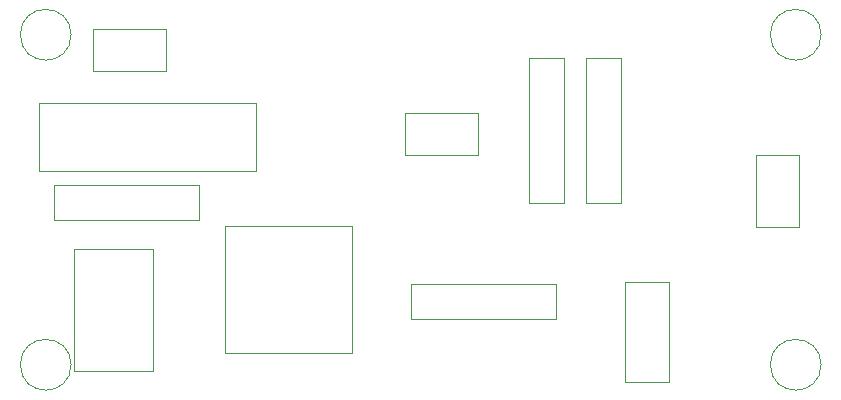
<source format=gbr>
G04 #@! TF.GenerationSoftware,KiCad,Pcbnew,5.1.5-52549c5~84~ubuntu18.04.1*
G04 #@! TF.CreationDate,2020-04-29T13:09:13+01:00*
G04 #@! TF.ProjectId,etl_driver_pcb,65746c5f-6472-4697-9665-725f7063622e,rev?*
G04 #@! TF.SameCoordinates,Original*
G04 #@! TF.FileFunction,Other,User*
%FSLAX46Y46*%
G04 Gerber Fmt 4.6, Leading zero omitted, Abs format (unit mm)*
G04 Created by KiCad (PCBNEW 5.1.5-52549c5~84~ubuntu18.04.1) date 2020-04-29 13:09:13*
%MOMM*%
%LPD*%
G04 APERTURE LIST*
%ADD10C,0.050000*%
G04 APERTURE END LIST*
D10*
X135806000Y-117442000D02*
X129106000Y-117442000D01*
X135806000Y-127792000D02*
X135806000Y-117442000D01*
X129106000Y-127792000D02*
X135806000Y-127792000D01*
X129106000Y-117442000D02*
X129106000Y-127792000D01*
X144552000Y-110810000D02*
X144552000Y-105090000D01*
X144552000Y-105090000D02*
X126212000Y-105090000D01*
X126212000Y-105090000D02*
X126212000Y-110810000D01*
X126212000Y-110810000D02*
X144552000Y-110810000D01*
X128896000Y-127254000D02*
G75*
G03X128896000Y-127254000I-2150000J0D01*
G01*
X128896000Y-99314000D02*
G75*
G03X128896000Y-99314000I-2150000J0D01*
G01*
X192396000Y-99314000D02*
G75*
G03X192396000Y-99314000I-2150000J0D01*
G01*
X192396000Y-127254000D02*
G75*
G03X192396000Y-127254000I-2150000J0D01*
G01*
X130788000Y-102384000D02*
X136938000Y-102384000D01*
X136938000Y-102384000D02*
X136938000Y-98784000D01*
X136938000Y-98784000D02*
X130788000Y-98784000D01*
X130788000Y-98784000D02*
X130788000Y-102384000D01*
X157204000Y-105896000D02*
X157204000Y-109496000D01*
X163354000Y-105896000D02*
X157204000Y-105896000D01*
X163354000Y-109496000D02*
X163354000Y-105896000D01*
X157204000Y-109496000D02*
X163354000Y-109496000D01*
X186922000Y-109452000D02*
X186922000Y-115602000D01*
X186922000Y-115602000D02*
X190522000Y-115602000D01*
X190522000Y-115602000D02*
X190522000Y-109452000D01*
X190522000Y-109452000D02*
X186922000Y-109452000D01*
X175804000Y-128710000D02*
X179554000Y-128710000D01*
X179554000Y-128710000D02*
X179554000Y-120210000D01*
X179554000Y-120210000D02*
X175804000Y-120210000D01*
X175804000Y-120210000D02*
X175804000Y-128710000D01*
X139734000Y-115038000D02*
X139734000Y-112038000D01*
X139734000Y-112038000D02*
X127474000Y-112038000D01*
X127474000Y-112038000D02*
X127474000Y-115038000D01*
X127474000Y-115038000D02*
X139734000Y-115038000D01*
X157700000Y-123420000D02*
X169960000Y-123420000D01*
X157700000Y-120420000D02*
X157700000Y-123420000D01*
X169960000Y-120420000D02*
X157700000Y-120420000D01*
X169960000Y-123420000D02*
X169960000Y-120420000D01*
X167664000Y-113572000D02*
X170664000Y-113572000D01*
X170664000Y-113572000D02*
X170664000Y-101312000D01*
X170664000Y-101312000D02*
X167664000Y-101312000D01*
X167664000Y-101312000D02*
X167664000Y-113572000D01*
X172490000Y-101312000D02*
X172490000Y-113572000D01*
X175490000Y-101312000D02*
X172490000Y-101312000D01*
X175490000Y-113572000D02*
X175490000Y-101312000D01*
X172490000Y-113572000D02*
X175490000Y-113572000D01*
X141960000Y-115494000D02*
X141960000Y-126294000D01*
X141960000Y-126294000D02*
X152660000Y-126294000D01*
X152660000Y-126294000D02*
X152660000Y-115494000D01*
X152660000Y-115494000D02*
X141960000Y-115494000D01*
M02*

</source>
